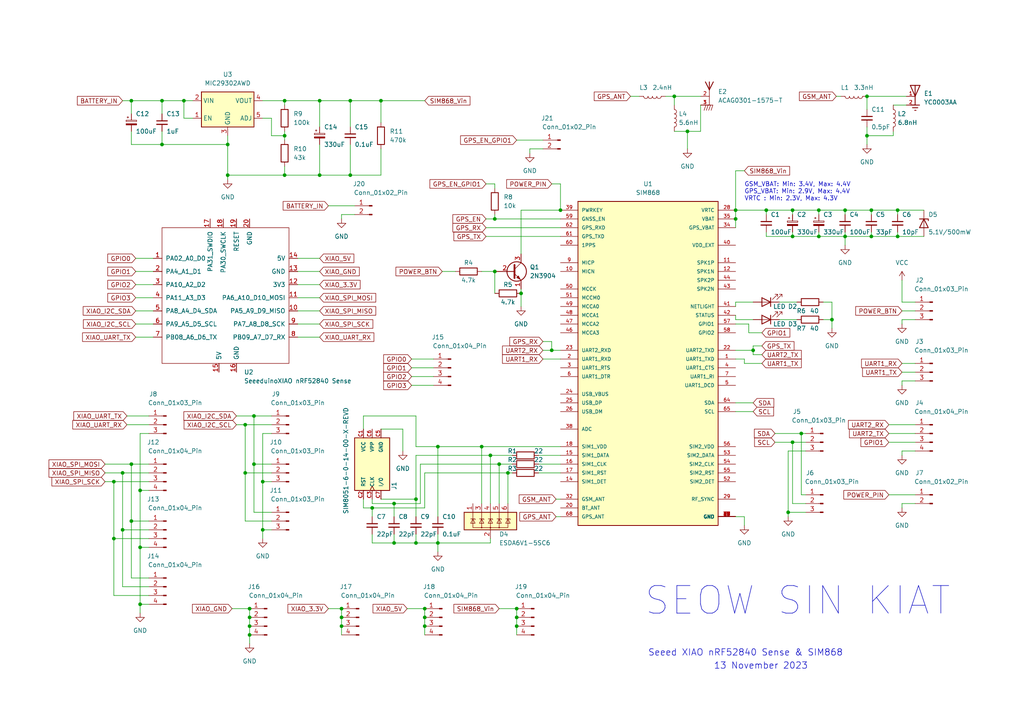
<source format=kicad_sch>
(kicad_sch (version 20230121) (generator eeschema)
  (paper "A4")
  (junction (at 73.66 120.65))
  (junction (at 40.64 175.26))
  (junction (at 260.35 60.96))
  (junction (at 160.02 101.6))
  (junction (at 143.51 63.5))
  (junction (at 72.39 181.61))
  (junction (at 92.71 29.21))
  (junction (at 151.13 85.09))
  (junction (at 143.51 78.74))
  (junction (at 72.39 179.07))
  (junction (at 142.24 132.08))
  (junction (at 99.06 179.07))
  (junction (at 99.06 181.61))
  (junction (at 38.1 29.21))
  (junction (at 35.56 153.67))
  (junction (at 46.99 29.21))
  (junction (at 149.86 179.07))
  (junction (at 123.19 179.07))
  (junction (at 99.06 176.53))
  (junction (at 213.36 60.96))
  (junction (at 38.1 151.13))
  (junction (at 35.56 137.16))
  (junction (at 252.73 68.58))
  (junction (at 251.46 39.37))
  (junction (at 127 157.48))
  (junction (at 149.86 176.53))
  (junction (at 251.46 27.94))
  (junction (at 40.64 142.24))
  (junction (at 101.6 50.8))
  (junction (at 237.49 60.96))
  (junction (at 76.2 139.7))
  (junction (at 40.64 158.75))
  (junction (at 245.11 68.58))
  (junction (at 127 129.54))
  (junction (at 53.34 29.21))
  (junction (at 229.87 68.58))
  (junction (at 46.99 41.91))
  (junction (at 123.19 176.53))
  (junction (at 123.19 181.61))
  (junction (at 72.39 176.53))
  (junction (at 218.44 101.6))
  (junction (at 229.87 60.96))
  (junction (at 110.49 29.21))
  (junction (at 162.56 60.96))
  (junction (at 73.66 134.62))
  (junction (at 213.36 63.5))
  (junction (at 114.3 157.48))
  (junction (at 66.04 50.8))
  (junction (at 237.49 68.58))
  (junction (at 38.1 134.62))
  (junction (at 260.35 68.58))
  (junction (at 82.55 29.21))
  (junction (at 228.6 148.59))
  (junction (at 147.32 137.16))
  (junction (at 199.39 38.1))
  (junction (at 139.7 129.54))
  (junction (at 245.11 60.96))
  (junction (at 120.65 144.78))
  (junction (at 82.55 50.8))
  (junction (at 144.78 134.62))
  (junction (at 72.39 184.15))
  (junction (at 114.3 146.05))
  (junction (at 71.12 137.16))
  (junction (at 107.95 147.32))
  (junction (at 76.2 153.67))
  (junction (at 222.25 60.96))
  (junction (at 149.86 181.61))
  (junction (at 71.12 123.19))
  (junction (at 195.58 27.94))
  (junction (at 66.04 41.91))
  (junction (at 241.3 92.71))
  (junction (at 82.55 39.37))
  (junction (at 232.41 125.73))
  (junction (at 33.02 156.21))
  (junction (at 101.6 29.21))
  (junction (at 33.02 139.7))
  (junction (at 229.87 128.27))
  (junction (at 120.65 157.48))
  (junction (at 92.71 50.8))
  (junction (at 252.73 60.96))
  (wire (pts (xy 139.7 129.54) (xy 162.56 129.54)))
  (wire (pts (xy 157.48 99.06) (xy 160.02 99.06)))
  (wire (pts (xy 267.97 60.96) (xy 260.35 60.96)))
  (wire (pts (xy 110.49 144.78) (xy 120.65 144.78)))
  (wire (pts (xy 245.11 60.96) (xy 245.11 62.23)))
  (wire (pts (xy 33.02 156.21) (xy 33.02 139.7)))
  (wire (pts (xy 140.97 68.58) (xy 162.56 68.58)))
  (wire (pts (xy 139.7 78.74) (xy 143.51 78.74)))
  (wire (pts (xy 123.19 137.16) (xy 123.19 147.32)))
  (wire (pts (xy 245.11 68.58) (xy 252.73 68.58)))
  (wire (pts (xy 78.74 148.59) (xy 73.66 148.59)))
  (wire (pts (xy 123.19 147.32) (xy 107.95 147.32)))
  (wire (pts (xy 161.29 144.78) (xy 162.56 144.78)))
  (wire (pts (xy 182.88 27.94) (xy 185.42 27.94)))
  (wire (pts (xy 218.44 100.33) (xy 220.98 100.33)))
  (wire (pts (xy 121.92 134.62) (xy 144.78 134.62)))
  (wire (pts (xy 120.65 132.08) (xy 120.65 144.78)))
  (wire (pts (xy 66.04 50.8) (xy 82.55 50.8)))
  (wire (pts (xy 251.46 27.94) (xy 262.89 27.94)))
  (wire (pts (xy 251.46 36.83) (xy 251.46 39.37)))
  (wire (pts (xy 215.9 149.86) (xy 215.9 152.4)))
  (wire (pts (xy 233.68 143.51) (xy 232.41 143.51)))
  (wire (pts (xy 35.56 137.16) (xy 43.18 137.16)))
  (wire (pts (xy 86.36 93.98) (xy 92.71 93.98)))
  (wire (pts (xy 144.78 134.62) (xy 148.59 134.62)))
  (wire (pts (xy 72.39 181.61) (xy 72.39 184.15)))
  (wire (pts (xy 226.06 92.71) (xy 231.14 92.71)))
  (wire (pts (xy 33.02 172.72) (xy 33.02 156.21)))
  (wire (pts (xy 241.3 92.71) (xy 241.3 95.25)))
  (wire (pts (xy 215.9 104.14) (xy 213.36 104.14)))
  (wire (pts (xy 71.12 151.13) (xy 71.12 137.16)))
  (wire (pts (xy 232.41 125.73) (xy 232.41 143.51)))
  (wire (pts (xy 222.25 60.96) (xy 213.36 60.96)))
  (wire (pts (xy 217.17 93.98) (xy 213.36 93.98)))
  (wire (pts (xy 213.36 119.38) (xy 218.44 119.38)))
  (wire (pts (xy 73.66 134.62) (xy 73.66 120.65)))
  (wire (pts (xy 38.1 29.21) (xy 46.99 29.21)))
  (wire (pts (xy 229.87 60.96) (xy 237.49 60.96)))
  (wire (pts (xy 67.31 176.53) (xy 72.39 176.53)))
  (wire (pts (xy 76.2 29.21) (xy 82.55 29.21)))
  (wire (pts (xy 203.2 30.48) (xy 203.2 38.1)))
  (wire (pts (xy 76.2 153.67) (xy 76.2 156.21)))
  (wire (pts (xy 259.08 30.48) (xy 262.89 30.48)))
  (wire (pts (xy 99.06 62.23) (xy 99.06 63.5)))
  (wire (pts (xy 237.49 60.96) (xy 245.11 60.96)))
  (wire (pts (xy 40.64 142.24) (xy 40.64 158.75)))
  (wire (pts (xy 215.9 105.41) (xy 220.98 105.41)))
  (wire (pts (xy 71.12 137.16) (xy 71.12 123.19)))
  (wire (pts (xy 35.56 170.18) (xy 35.56 153.67)))
  (wire (pts (xy 213.36 149.86) (xy 215.9 149.86)))
  (wire (pts (xy 78.74 151.13) (xy 71.12 151.13)))
  (wire (pts (xy 127 129.54) (xy 127 149.86)))
  (wire (pts (xy 237.49 68.58) (xy 237.49 67.31)))
  (wire (pts (xy 53.34 34.29) (xy 53.34 29.21)))
  (wire (pts (xy 233.68 146.05) (xy 229.87 146.05)))
  (wire (pts (xy 261.62 105.41) (xy 265.43 105.41)))
  (wire (pts (xy 242.57 27.94) (xy 243.84 27.94)))
  (wire (pts (xy 39.37 97.79) (xy 44.45 97.79)))
  (wire (pts (xy 143.51 62.23) (xy 143.51 63.5)))
  (wire (pts (xy 110.49 43.18) (xy 110.49 50.8)))
  (wire (pts (xy 40.64 125.73) (xy 40.64 142.24)))
  (wire (pts (xy 143.51 54.61) (xy 143.51 53.34)))
  (wire (pts (xy 144.78 134.62) (xy 144.78 146.05)))
  (wire (pts (xy 38.1 38.1) (xy 38.1 41.91)))
  (wire (pts (xy 195.58 27.94) (xy 203.2 27.94)))
  (wire (pts (xy 92.71 29.21) (xy 92.71 36.83)))
  (wire (pts (xy 110.49 124.46) (xy 116.84 124.46)))
  (wire (pts (xy 265.43 130.81) (xy 261.62 130.81)))
  (wire (pts (xy 241.3 87.63) (xy 238.76 87.63)))
  (wire (pts (xy 123.19 181.61) (xy 123.19 184.15)))
  (wire (pts (xy 82.55 29.21) (xy 92.71 29.21)))
  (wire (pts (xy 33.02 156.21) (xy 43.18 156.21)))
  (wire (pts (xy 147.32 137.16) (xy 148.59 137.16)))
  (wire (pts (xy 142.24 132.08) (xy 142.24 146.05)))
  (wire (pts (xy 95.25 176.53) (xy 99.06 176.53)))
  (wire (pts (xy 76.2 139.7) (xy 78.74 139.7)))
  (wire (pts (xy 116.84 124.46) (xy 116.84 130.81)))
  (wire (pts (xy 161.29 149.86) (xy 162.56 149.86)))
  (wire (pts (xy 218.44 101.6) (xy 218.44 102.87)))
  (wire (pts (xy 78.74 34.29) (xy 76.2 34.29)))
  (wire (pts (xy 123.19 179.07) (xy 123.19 181.61)))
  (wire (pts (xy 40.64 158.75) (xy 40.64 175.26)))
  (wire (pts (xy 156.21 134.62) (xy 162.56 134.62)))
  (wire (pts (xy 252.73 68.58) (xy 260.35 68.58)))
  (wire (pts (xy 222.25 60.96) (xy 229.87 60.96)))
  (wire (pts (xy 199.39 38.1) (xy 203.2 38.1)))
  (wire (pts (xy 86.36 86.36) (xy 92.71 86.36)))
  (wire (pts (xy 222.25 62.23) (xy 222.25 60.96)))
  (wire (pts (xy 99.06 179.07) (xy 99.06 181.61)))
  (wire (pts (xy 38.1 167.64) (xy 38.1 151.13)))
  (wire (pts (xy 261.62 111.76) (xy 261.62 110.49)))
  (wire (pts (xy 92.71 50.8) (xy 82.55 50.8)))
  (wire (pts (xy 265.43 146.05) (xy 261.62 146.05)))
  (wire (pts (xy 72.39 179.07) (xy 72.39 181.61)))
  (wire (pts (xy 260.35 68.58) (xy 260.35 67.31)))
  (wire (pts (xy 46.99 38.1) (xy 46.99 41.91)))
  (wire (pts (xy 143.51 78.74) (xy 143.51 85.09)))
  (wire (pts (xy 114.3 146.05) (xy 114.3 149.86)))
  (wire (pts (xy 142.24 157.48) (xy 142.24 156.21)))
  (wire (pts (xy 39.37 78.74) (xy 44.45 78.74)))
  (wire (pts (xy 43.18 167.64) (xy 38.1 167.64)))
  (wire (pts (xy 218.44 100.33) (xy 218.44 101.6)))
  (wire (pts (xy 229.87 68.58) (xy 229.87 67.31)))
  (wire (pts (xy 149.86 181.61) (xy 149.86 184.15)))
  (wire (pts (xy 119.38 106.68) (xy 125.73 106.68)))
  (wire (pts (xy 120.65 129.54) (xy 127 129.54)))
  (wire (pts (xy 43.18 172.72) (xy 33.02 172.72)))
  (wire (pts (xy 156.21 132.08) (xy 162.56 132.08)))
  (wire (pts (xy 107.95 146.05) (xy 114.3 146.05)))
  (wire (pts (xy 121.92 134.62) (xy 121.92 146.05)))
  (wire (pts (xy 259.08 39.37) (xy 251.46 39.37)))
  (wire (pts (xy 53.34 29.21) (xy 55.88 29.21)))
  (wire (pts (xy 245.11 68.58) (xy 245.11 71.12)))
  (wire (pts (xy 144.78 176.53) (xy 149.86 176.53)))
  (wire (pts (xy 110.49 29.21) (xy 110.49 35.56)))
  (wire (pts (xy 118.11 176.53) (xy 123.19 176.53)))
  (wire (pts (xy 38.1 151.13) (xy 43.18 151.13)))
  (wire (pts (xy 228.6 148.59) (xy 228.6 149.86)))
  (wire (pts (xy 120.65 154.94) (xy 120.65 157.48)))
  (wire (pts (xy 39.37 74.93) (xy 44.45 74.93)))
  (wire (pts (xy 39.37 90.17) (xy 44.45 90.17)))
  (wire (pts (xy 68.58 120.65) (xy 73.66 120.65)))
  (wire (pts (xy 232.41 125.73) (xy 233.68 125.73)))
  (wire (pts (xy 114.3 157.48) (xy 120.65 157.48)))
  (wire (pts (xy 119.38 111.76) (xy 125.73 111.76)))
  (wire (pts (xy 261.62 87.63) (xy 265.43 87.63)))
  (wire (pts (xy 102.87 62.23) (xy 99.06 62.23)))
  (wire (pts (xy 120.65 120.65) (xy 120.65 129.54)))
  (wire (pts (xy 261.62 107.95) (xy 265.43 107.95)))
  (wire (pts (xy 218.44 102.87) (xy 220.98 102.87)))
  (wire (pts (xy 30.48 137.16) (xy 35.56 137.16)))
  (wire (pts (xy 73.66 120.65) (xy 78.74 120.65)))
  (wire (pts (xy 120.65 120.65) (xy 105.41 120.65)))
  (wire (pts (xy 229.87 128.27) (xy 229.87 146.05)))
  (wire (pts (xy 213.36 49.53) (xy 215.9 49.53)))
  (wire (pts (xy 260.35 68.58) (xy 267.97 68.58)))
  (wire (pts (xy 92.71 41.91) (xy 92.71 50.8)))
  (wire (pts (xy 107.95 147.32) (xy 107.95 149.86)))
  (wire (pts (xy 101.6 29.21) (xy 110.49 29.21)))
  (wire (pts (xy 101.6 29.21) (xy 101.6 36.83)))
  (wire (pts (xy 107.95 144.78) (xy 107.95 146.05)))
  (wire (pts (xy 43.18 175.26) (xy 40.64 175.26)))
  (wire (pts (xy 252.73 60.96) (xy 252.73 62.23)))
  (wire (pts (xy 38.1 41.91) (xy 46.99 41.91)))
  (wire (pts (xy 228.6 130.81) (xy 228.6 148.59)))
  (wire (pts (xy 238.76 92.71) (xy 241.3 92.71)))
  (wire (pts (xy 86.36 78.74) (xy 92.71 78.74)))
  (wire (pts (xy 226.06 87.63) (xy 231.14 87.63)))
  (wire (pts (xy 193.04 27.94) (xy 195.58 27.94)))
  (wire (pts (xy 237.49 60.96) (xy 237.49 62.23)))
  (wire (pts (xy 140.97 63.5) (xy 143.51 63.5)))
  (wire (pts (xy 39.37 86.36) (xy 44.45 86.36)))
  (wire (pts (xy 66.04 50.8) (xy 66.04 52.07)))
  (wire (pts (xy 39.37 93.98) (xy 44.45 93.98)))
  (wire (pts (xy 36.83 120.65) (xy 43.18 120.65)))
  (wire (pts (xy 119.38 109.22) (xy 125.73 109.22)))
  (wire (pts (xy 261.62 146.05) (xy 261.62 147.32)))
  (wire (pts (xy 251.46 39.37) (xy 251.46 41.91)))
  (wire (pts (xy 157.48 43.18) (xy 153.67 43.18)))
  (wire (pts (xy 30.48 139.7) (xy 33.02 139.7)))
  (wire (pts (xy 261.62 110.49) (xy 265.43 110.49)))
  (wire (pts (xy 229.87 128.27) (xy 233.68 128.27)))
  (wire (pts (xy 107.95 154.94) (xy 107.95 157.48)))
  (wire (pts (xy 72.39 176.53) (xy 72.39 179.07)))
  (wire (pts (xy 251.46 27.94) (xy 251.46 31.75)))
  (wire (pts (xy 257.81 128.27) (xy 265.43 128.27)))
  (wire (pts (xy 195.58 27.94) (xy 195.58 30.48)))
  (wire (pts (xy 86.36 74.93) (xy 92.71 74.93)))
  (wire (pts (xy 38.1 134.62) (xy 43.18 134.62)))
  (wire (pts (xy 76.2 153.67) (xy 78.74 153.67)))
  (wire (pts (xy 82.55 29.21) (xy 82.55 30.48)))
  (wire (pts (xy 110.49 29.21) (xy 123.19 29.21)))
  (wire (pts (xy 105.41 120.65) (xy 105.41 124.46)))
  (wire (pts (xy 233.68 130.81) (xy 228.6 130.81)))
  (wire (pts (xy 76.2 125.73) (xy 76.2 139.7)))
  (wire (pts (xy 213.36 87.63) (xy 213.36 88.9)))
  (wire (pts (xy 107.95 147.32) (xy 105.41 147.32)))
  (wire (pts (xy 110.49 50.8) (xy 101.6 50.8)))
  (wire (pts (xy 73.66 148.59) (xy 73.66 134.62)))
  (wire (pts (xy 151.13 85.09) (xy 151.13 88.9)))
  (wire (pts (xy 39.37 82.55) (xy 44.45 82.55)))
  (wire (pts (xy 78.74 34.29) (xy 78.74 39.37)))
  (wire (pts (xy 82.55 39.37) (xy 82.55 38.1)))
  (wire (pts (xy 139.7 129.54) (xy 139.7 146.05)))
  (wire (pts (xy 71.12 137.16) (xy 78.74 137.16)))
  (wire (pts (xy 68.58 123.19) (xy 71.12 123.19)))
  (wire (pts (xy 36.83 123.19) (xy 43.18 123.19)))
  (wire (pts (xy 120.65 132.08) (xy 142.24 132.08)))
  (wire (pts (xy 245.11 60.96) (xy 252.73 60.96)))
  (wire (pts (xy 40.64 142.24) (xy 43.18 142.24)))
  (wire (pts (xy 127 129.54) (xy 139.7 129.54)))
  (wire (pts (xy 257.81 123.19) (xy 265.43 123.19)))
  (wire (pts (xy 162.56 60.96) (xy 151.13 60.96)))
  (wire (pts (xy 121.92 146.05) (xy 114.3 146.05)))
  (wire (pts (xy 55.88 34.29) (xy 53.34 34.29)))
  (wire (pts (xy 217.17 96.52) (xy 220.98 96.52)))
  (wire (pts (xy 127 154.94) (xy 127 157.48)))
  (wire (pts (xy 40.64 175.26) (xy 40.64 177.8)))
  (wire (pts (xy 215.9 105.41) (xy 215.9 104.14)))
  (wire (pts (xy 157.48 101.6) (xy 160.02 101.6)))
  (wire (pts (xy 229.87 60.96) (xy 229.87 62.23)))
  (wire (pts (xy 195.58 38.1) (xy 199.39 38.1)))
  (wire (pts (xy 213.36 116.84) (xy 218.44 116.84)))
  (wire (pts (xy 261.62 81.28) (xy 261.62 87.63)))
  (wire (pts (xy 105.41 147.32) (xy 105.41 144.78)))
  (wire (pts (xy 33.02 139.7) (xy 43.18 139.7)))
  (wire (pts (xy 95.25 59.69) (xy 102.87 59.69)))
  (wire (pts (xy 233.68 148.59) (xy 228.6 148.59)))
  (wire (pts (xy 46.99 29.21) (xy 53.34 29.21)))
  (wire (pts (xy 76.2 139.7) (xy 76.2 153.67)))
  (wire (pts (xy 127 157.48) (xy 142.24 157.48)))
  (wire (pts (xy 213.36 87.63) (xy 218.44 87.63)))
  (wire (pts (xy 149.86 179.07) (xy 149.86 181.61)))
  (wire (pts (xy 160.02 53.34) (xy 162.56 53.34)))
  (wire (pts (xy 119.38 104.14) (xy 125.73 104.14)))
  (wire (pts (xy 143.51 63.5) (xy 162.56 63.5)))
  (wire (pts (xy 252.73 68.58) (xy 252.73 67.31)))
  (wire (pts (xy 147.32 137.16) (xy 147.32 146.05)))
  (wire (pts (xy 120.65 157.48) (xy 127 157.48)))
  (wire (pts (xy 261.62 92.71) (xy 265.43 92.71)))
  (wire (pts (xy 140.97 66.04) (xy 162.56 66.04)))
  (wire (pts (xy 99.06 181.61) (xy 99.06 184.15)))
  (wire (pts (xy 142.24 132.08) (xy 148.59 132.08)))
  (wire (pts (xy 46.99 29.21) (xy 46.99 33.02)))
  (wire (pts (xy 43.18 158.75) (xy 40.64 158.75)))
  (wire (pts (xy 213.36 101.6) (xy 218.44 101.6)))
  (wire (pts (xy 261.62 130.81) (xy 261.62 132.08)))
  (wire (pts (xy 71.12 123.19) (xy 78.74 123.19)))
  (wire (pts (xy 252.73 60.96) (xy 260.35 60.96)))
  (wire (pts (xy 123.19 137.16) (xy 147.32 137.16)))
  (wire (pts (xy 199.39 38.1) (xy 199.39 43.18)))
  (wire (pts (xy 86.36 90.17) (xy 92.71 90.17)))
  (wire (pts (xy 257.81 125.73) (xy 265.43 125.73)))
  (wire (pts (xy 107.95 157.48) (xy 114.3 157.48)))
  (wire (pts (xy 35.56 153.67) (xy 35.56 137.16)))
  (wire (pts (xy 114.3 157.48) (xy 114.3 154.94)))
  (wire (pts (xy 86.36 82.55) (xy 92.71 82.55)))
  (wire (pts (xy 38.1 151.13) (xy 38.1 134.62)))
  (wire (pts (xy 213.36 49.53) (xy 213.36 60.96)))
  (wire (pts (xy 260.35 60.96) (xy 260.35 62.23)))
  (wire (pts (xy 162.56 53.34) (xy 162.56 60.96)))
  (wire (pts (xy 128.27 78.74) (xy 132.08 78.74)))
  (wire (pts (xy 120.65 144.78) (xy 120.65 149.86)))
  (wire (pts (xy 151.13 60.96) (xy 151.13 73.66)))
  (wire (pts (xy 222.25 68.58) (xy 222.25 67.31)))
  (wire (pts (xy 217.17 96.52) (xy 217.17 93.98)))
  (wire (pts (xy 82.55 39.37) (xy 82.55 40.64)))
  (wire (pts (xy 156.21 137.16) (xy 162.56 137.16)))
  (wire (pts (xy 43.18 125.73) (xy 40.64 125.73)))
  (wire (pts (xy 35.56 29.21) (xy 38.1 29.21)))
  (wire (pts (xy 78.74 125.73) (xy 76.2 125.73)))
  (wire (pts (xy 213.36 60.96) (xy 213.36 63.5)))
  (wire (pts (xy 46.99 41.91) (xy 66.04 41.91)))
  (wire (pts (xy 151.13 83.82) (xy 151.13 85.09)))
  (wire (pts (xy 241.3 87.63) (xy 241.3 92.71)))
  (wire (pts (xy 82.55 50.8) (xy 82.55 48.26)))
  (wire (pts (xy 143.51 53.34) (xy 140.97 53.34)))
  (wire (pts (xy 213.36 63.5) (xy 213.36 66.04)))
  (wire (pts (xy 222.25 68.58) (xy 229.87 68.58)))
  (wire (pts (xy 229.87 68.58) (xy 237.49 68.58)))
  (wire (pts (xy 43.18 170.18) (xy 35.56 170.18)))
  (wire (pts (xy 261.62 90.17) (xy 265.43 90.17)))
  (wire (pts (xy 72.39 184.15) (xy 72.39 186.69)))
  (wire (pts (xy 224.79 128.27) (xy 229.87 128.27)))
  (wire (pts (xy 257.81 143.51) (xy 265.43 143.51)))
  (wire (pts (xy 149.86 176.53) (xy 149.86 179.07)))
  (wire (pts (xy 30.48 134.62) (xy 38.1 134.62)))
  (wire (pts (xy 245.11 68.58) (xy 245.11 67.31)))
  (wire (pts (xy 78.74 39.37) (xy 82.55 39.37)))
  (wire (pts (xy 261.62 92.71) (xy 261.62 93.98)))
  (wire (pts (xy 259.08 39.37) (xy 259.08 38.1)))
  (wire (pts (xy 213.36 92.71) (xy 218.44 92.71)))
  (wire (pts (xy 99.06 176.53) (xy 99.06 179.07)))
  (wire (pts (xy 160.02 99.06) (xy 160.02 101.6)))
  (wire (pts (xy 123.19 176.53) (xy 123.19 179.07)))
  (wire (pts (xy 35.56 153.67) (xy 43.18 153.67)))
  (wire (pts (xy 38.1 29.21) (xy 38.1 33.02)))
  (wire (pts (xy 86.36 97.79) (xy 92.71 97.79)))
  (wire (pts (xy 149.86 40.64) (xy 157.48 40.64)))
  (wire (pts (xy 157.48 104.14) (xy 162.56 104.14)))
  (wire (pts (xy 237.49 68.58) (xy 245.11 68.58)))
  (wire (pts (xy 160.02 101.6) (xy 162.56 101.6)))
  (wire (pts (xy 153.67 43.18) (xy 153.67 44.45)))
  (wire (pts (xy 73.66 134.62) (xy 78.74 134.62)))
  (wire (pts (xy 66.04 41.91) (xy 66.04 50.8)))
  (wire (pts (xy 213.36 92.71) (xy 213.36 91.44)))
  (wire (pts (xy 224.79 125.73) (xy 232.41 125.73)))
  (wire (pts (xy 127 157.48) (xy 127 160.02)))
  (wire (pts (xy 101.6 41.91) (xy 101.6 50.8)))
  (wire (pts (xy 66.04 39.37) (xy 66.04 41.91)))
  (wire (pts (xy 92.71 29.21) (xy 101.6 29.21)))
  (wire (pts (xy 101.6 50.8) (xy 92.71 50.8)))
  (text "13 November 2023" (at 207.01 194.31 0) (effects (font (size 1.87 1.87)) (justify left bottom)))
  (text "GSM_VBAT: Min: 3.4V, Max: 4.4V\nGPS_VBAT: Min: 2.9V, Max: 4.4V\nVRTC : Min: 2.3V, Max: 4.3V" (at 215.9 58.42 0) (effects (font (size 1.27 1.27)) (justify left bottom)))
  (text "SEOW SIN KIAT\n" (at 186.69 179.07 0) (effects (font (size 8 8)) (justify left bottom)))
  (text "Seeed XIAO nRF52840 Sense & SIM868" (at 187.96 190.5 0) (effects (font (size 1.87 1.87)) (justify left bottom)))
  (global_label "XIAO_3.3V" (shape input) (at 92.71 82.55 0) (property "Intersheetrefs" "${INTERSHEET_REFS}" (effects hide)))
  (global_label "POWER_BTN" (shape input) (at 261.62 90.17 180) (property "Intersheetrefs" "${INTERSHEET_REFS}" (effects hide)))
  (global_label "GPS_TX" (shape input) (at 220.98 100.33 0) (property "Intersheetrefs" "${INTERSHEET_REFS}" (effects hide)))
  (global_label "SDA" (shape input) (at 224.79 125.73 180) (property "Intersheetrefs" "${INTERSHEET_REFS}" (effects hide)))
  (global_label "UART2_TX" (shape input) (at 220.98 102.87 0) (property "Intersheetrefs" "${INTERSHEET_REFS}" (effects hide)))
  (global_label "XIAO_5V" (shape input) (at 118.11 176.53 180) (property "Intersheetrefs" "${INTERSHEET_REFS}" (effects hide)))
  (global_label "XIAO_SPI_MOSI" (shape input) (at 92.71 86.36 0) (property "Intersheetrefs" "${INTERSHEET_REFS}" (effects hide)))
  (global_label "XIAO_GND" (shape input) (at 92.71 78.74 0) (property "Intersheetrefs" "${INTERSHEET_REFS}" (effects hide)))
  (global_label "XIAO_SPI_MOSI" (shape input) (at 30.48 134.62 180) (property "Intersheetrefs" "${INTERSHEET_REFS}" (effects hide)))
  (global_label "UART2_TX" (shape input) (at 257.81 125.73 180) (property "Intersheetrefs" "${INTERSHEET_REFS}" (effects hide)))
  (global_label "XIAO_5V" (shape input) (at 92.71 74.93 0) (property "Intersheetrefs" "${INTERSHEET_REFS}" (effects hide)))
  (global_label "XIAO_UART_TX" (shape input) (at 36.83 120.65 180) (property "Intersheetrefs" "${INTERSHEET_REFS}" (effects hide)))
  (global_label "GSM_ANT" (shape input) (at 161.29 144.78 180) (property "Intersheetrefs" "${INTERSHEET_REFS}" (effects hide)))
  (global_label "XIAO_SPI_MISO" (shape input) (at 30.48 137.16 180) (property "Intersheetrefs" "${INTERSHEET_REFS}" (effects hide)))
  (global_label "XIAO_GND" (shape input) (at 67.31 176.53 180) (property "Intersheetrefs" "${INTERSHEET_REFS}" (effects hide)))
  (global_label "SIM868_Vin" (shape input) (at 123.19 29.21 0) (property "Intersheetrefs" "${INTERSHEET_REFS}" (effects hide)))
  (global_label "XIAO_I2C_SCL" (shape input) (at 68.58 123.19 180) (property "Intersheetrefs" "${INTERSHEET_REFS}" (effects hide)))
  (global_label "GPS_RX" (shape input) (at 157.48 99.06 180) (property "Intersheetrefs" "${INTERSHEET_REFS}" (effects hide)))
  (global_label "XIAO_SPI_SCK" (shape input) (at 92.71 93.98 0) (property "Intersheetrefs" "${INTERSHEET_REFS}" (effects hide)))
  (global_label "POWER_PIN" (shape input) (at 160.02 53.34 180) (property "Intersheetrefs" "${INTERSHEET_REFS}" (effects hide)))
  (global_label "UART1_TX" (shape input) (at 220.98 105.41 0) (property "Intersheetrefs" "${INTERSHEET_REFS}" (effects hide)))
  (global_label "GPS_ANT" (shape input) (at 182.88 27.94 180) (property "Intersheetrefs" "${INTERSHEET_REFS}" (effects hide)))
  (global_label "XIAO_3.3V" (shape input) (at 95.25 176.53 180) (property "Intersheetrefs" "${INTERSHEET_REFS}" (effects hide)))
  (global_label "GPS_ANT" (shape input) (at 161.29 149.86 180) (property "Intersheetrefs" "${INTERSHEET_REFS}" (effects hide)))
  (global_label "UART1_RX" (shape input) (at 261.62 105.41 180) (property "Intersheetrefs" "${INTERSHEET_REFS}" (effects hide)))
  (global_label "XIAO_I2C_SCL" (shape input) (at 39.37 93.98 180) (property "Intersheetrefs" "${INTERSHEET_REFS}" (effects hide)))
  (global_label "GPS_EN" (shape input) (at 140.97 63.5 180) (property "Intersheetrefs" "${INTERSHEET_REFS}" (effects hide)))
  (global_label "XIAO_UART_TX" (shape input) (at 39.37 97.79 180) (property "Intersheetrefs" "${INTERSHEET_REFS}" (effects hide)))
  (global_label "UART2_RX" (shape input) (at 157.48 101.6 180) (property "Intersheetrefs" "${INTERSHEET_REFS}" (effects hide)))
  (global_label "SIM868_Vin" (shape input) (at 144.78 176.53 180) (property "Intersheetrefs" "${INTERSHEET_REFS}" (effects hide)))
  (global_label "SCL" (shape input) (at 224.79 128.27 180) (property "Intersheetrefs" "${INTERSHEET_REFS}" (effects hide)))
  (global_label "GPIO2" (shape input) (at 39.37 82.55 180) (property "Intersheetrefs" "${INTERSHEET_REFS}" (effects hide)))
  (global_label "XIAO_I2C_SDA" (shape input) (at 39.37 90.17 180) (property "Intersheetrefs" "${INTERSHEET_REFS}" (effects hide)))
  (global_label "GPIO2" (shape input) (at 119.38 109.22 180) (property "Intersheetrefs" "${INTERSHEET_REFS}" (effects hide)))
  (global_label "SCL" (shape input) (at 218.44 119.38 0) (property "Intersheetrefs" "${INTERSHEET_REFS}" (effects hide)))
  (global_label "GPIO0" (shape input) (at 119.38 104.14 180) (property "Intersheetrefs" "${INTERSHEET_REFS}" (effects hide)))
  (global_label "XIAO_UART_RX" (shape input) (at 36.83 123.19 180) (property "Intersheetrefs" "${INTERSHEET_REFS}" (effects hide)))
  (global_label "GPIO1" (shape input) (at 257.81 128.27 180) (property "Intersheetrefs" "${INTERSHEET_REFS}" (effects hide)))
  (global_label "XIAO_UART_RX" (shape input) (at 92.71 97.79 0) (property "Intersheetrefs" "${INTERSHEET_REFS}" (effects hide)))
  (global_label "SIM868_Vin" (shape input) (at 215.9 49.53 0) (property "Intersheetrefs" "${INTERSHEET_REFS}" (effects hide)))
  (global_label "XIAO_I2C_SDA" (shape input) (at 68.58 120.65 180) (property "Intersheetrefs" "${INTERSHEET_REFS}" (effects hide)))
  (global_label "SDA" (shape input) (at 218.44 116.84 0) (property "Intersheetrefs" "${INTERSHEET_REFS}" (effects hide)))
  (global_label "XIAO_SPI_MISO" (shape input) (at 92.71 90.17 0) (property "Intersheetrefs" "${INTERSHEET_REFS}" (effects hide)))
  (global_label "GPIO3" (shape input) (at 39.37 86.36 180) (property "Intersheetrefs" "${INTERSHEET_REFS}" (effects hide)))
  (global_label "GSM_ANT" (shape input) (at 242.57 27.94 180) (property "Intersheetrefs" "${INTERSHEET_REFS}" (effects hide)))
  (global_label "UART1_TX" (shape input) (at 261.62 107.95 180) (property "Intersheetrefs" "${INTERSHEET_REFS}" (effects hide)))
  (global_label "GPS_RX" (shape input) (at 140.97 66.04 180) (property "Intersheetrefs" "${INTERSHEET_REFS}" (effects hide)))
  (global_label "GPS_EN_GPIO1" (shape input) (at 149.86 40.64 180) (property "Intersheetrefs" "${INTERSHEET_REFS}" (effects hide)))
  (global_label "GPIO3" (shape input) (at 119.38 111.76 180) (property "Intersheetrefs" "${INTERSHEET_REFS}" (effects hide)))
  (global_label "UART2_RX" (shape input) (at 257.81 123.19 180) (property "Intersheetrefs" "${INTERSHEET_REFS}" (effects hide)))
  (global_label "XIAO_SPI_SCK" (shape input) (at 30.48 139.7 180) (property "Intersheetrefs" "${INTERSHEET_REFS}" (effects hide)))
  (global_label "GPS_EN_GPIO1" (shape input) (at 140.97 53.34 180) (property "Intersheetrefs" "${INTERSHEET_REFS}" (effects hide)))
  (global_label "GPIO1" (shape input) (at 220.98 96.52 0) (property "Intersheetrefs" "${INTERSHEET_REFS}" (effects hide)))
  (global_label "GPIO0" (shape input) (at 39.37 74.93 180) (property "Intersheetrefs" "${INTERSHEET_REFS}" (effects hide)))
  (global_label "BATTERY_IN" (shape input) (at 95.25 59.69 180) (property "Intersheetrefs" "${INTERSHEET_REFS}" (effects hide)))
  (global_label "BATTERY_IN" (shape input) (at 35.56 29.21 180) (property "Intersheetrefs" "${INTERSHEET_REFS}" (effects hide)))
  (global_label "GPIO1" (shape input) (at 39.37 78.74 180) (property "Intersheetrefs" "${INTERSHEET_REFS}" (effects hide)))
  (global_label "GPS_TX" (shape input) (at 140.97 68.58 180) (property "Intersheetrefs" "${INTERSHEET_REFS}" (effects hide)))
  (global_label "GPIO1" (shape input) (at 119.38 106.68 180) (property "Intersheetrefs" "${INTERSHEET_REFS}" (effects hide)))
  (global_label "POWER_BTN" (shape input) (at 128.27 78.74 180) (property "Intersheetrefs" "${INTERSHEET_REFS}" (effects hide)))
  (global_label "UART1_RX" (shape input) (at 157.48 104.14 180) (property "Intersheetrefs" "${INTERSHEET_REFS}" (effects hide)))
  (global_label "POWER_PIN" (shape input) (at 257.81 143.51 180) (property "Intersheetrefs" "${INTERSHEET_REFS}" (effects hide)))
  (symbol (lib_id "power:GND") (at 245.11 71.12 0) (unit 1)
    (property "Reference" "#PWR02" (effects hide))
    (property "Value" "GND" (at 245.11 76.2 0))
  )
  (symbol (lib_id "power:GND") (at 72.39 186.69 0) (unit 1)
    (property "Reference" "#PWR018" (effects hide))
    (property "Value" "GND" (at 72.39 191.77 0))
  )
  (symbol (lib_id "power:GND") (at 66.04 52.07 0) (unit 1)
    (property "Reference" "#PWR01" (effects hide))
    (property "Value" "GND" (at 66.04 57.15 0))
  )
  (symbol (lib_id "Connector:Conn_01x04_Pin") (at 48.26 153.67 0) (mirror y) (unit 1)
    (property "Reference" "J13" (at 44.45 144.78 0))
    (property "Value" "Conn_01x04_Pin" (at 50.8 147.32 0))
    (property "Footprint" "Connector_Molex:Molex_SPOX_5267-04A_1x04_P2.50mm_Vertical" (effects hide))
  )
  (symbol (lib_id "Device:R") (at 82.55 44.45 0) (unit 1)
    (property "Reference" "R10" (at 85.09 43.18 0) (effects (justify left)))
    (property "Value" "43k" (at 85.09 45.72 0) (effects (justify left)))
    (property "Footprint" "Resistor_SMD:R_1210_3225Metric" (effects hide))
  )
  (symbol (lib_id "Seeeduino XIAO:SeeeduinoXIAO") (at 66.04 86.36 0) (unit 1)
    (property "Reference" "U2" (at 70.7741 107.95 0) (effects (justify left)))
    (property "Value" "SeeeduinoXIAO nRF52840 Sense" (at 70.7741 110.49 0) (effects (justify left)))
    (property "Footprint" "Seeed Studio XIAO Series Library:XIAO-nRF52840-Sense-14P-2.54-21X17.8MM" (effects hide))
  )
  (symbol (lib_id "power:GND") (at 241.3 95.25 0) (unit 1)
    (property "Reference" "#PWR05" (effects hide))
    (property "Value" "GND" (at 241.3 100.33 0))
  )
  (symbol (lib_id "power:VCC") (at 261.62 81.28 0) (unit 1)
    (property "Reference" "#PWR07" (effects hide))
    (property "Value" "VCC" (at 261.62 76.2 0))
  )
  (symbol (lib_id "Device:R") (at 147.32 85.09 90) (unit 1)
    (property "Reference" "R5" (at 147.32 82.55 90))
    (property "Value" "4.7k" (at 147.32 87.63 90))
    (property "Footprint" "Resistor_SMD:R_0805_2012Metric" (effects hide))
  )
  (symbol (lib_id "Connector:Conn_01x04_Pin") (at 154.94 179.07 0) (mirror y) (unit 1)
    (property "Reference" "J19" (at 151.13 170.18 0))
    (property "Value" "Conn_01x04_Pin" (at 157.48 172.72 0))
    (property "Footprint" "Connector_Molex:Molex_SPOX_5267-04A_1x04_P2.50mm_Vertical" (effects hide))
  )
  (symbol (lib_id "Device:C_Small") (at 245.11 64.77 0) (unit 1)
    (property "Reference" "C4" (at 246.38 62.23 0) (effects (justify left)))
    (property "Value" "100uF" (at 246.38 67.31 0) (effects (justify left)))
    (property "Footprint" "Capacitor_SMD:C_0805_2012Metric" (effects hide))
  )
  (symbol (lib_id "Device:C_Small") (at 114.3 152.4 0) (unit 1)
    (property "Reference" "C8" (at 115.57 149.86 0) (effects (justify left)))
    (property "Value" "22pF" (at 115.57 154.94 0) (effects (justify left)))
    (property "Footprint" "Capacitor_SMD:C_0402_1005Metric" (effects hide))
  )
  (symbol (lib_id "Device:R") (at 135.89 78.74 90) (unit 1)
    (property "Reference" "R4" (at 135.89 76.2 90))
    (property "Value" "4.7k" (at 135.89 81.28 90))
    (property "Footprint" "Resistor_SMD:R_0805_2012Metric" (effects hide))
  )
  (symbol (lib_id "Connector:Conn_01x03_Pin") (at 83.82 151.13 0) (mirror y) (unit 1)
    (property "Reference" "J11" (at 80.01 142.24 0))
    (property "Value" "Conn_01x03_Pin" (at 86.36 144.78 0))
    (property "Footprint" "Connector_Molex:Molex_SPOX_5267-03A_1x03_P2.50mm_Vertical" (effects hide))
  )
  (symbol (lib_id "power:GND") (at 251.46 41.91 0) (unit 1)
    (property "Reference" "#PWR013" (effects hide))
    (property "Value" "GND" (at 251.46 46.99 0))
  )
  (symbol (lib_id "power:GND") (at 151.13 88.9 0) (unit 1)
    (property "Reference" "#PWR04" (effects hide))
    (property "Value" "GND" (at 151.13 93.98 0))
  )
  (symbol (lib_id "Connector:Conn_01x02_Pin") (at 162.56 40.64 0) (mirror y) (unit 1)
    (property "Reference" "J21" (at 158.75 34.29 0))
    (property "Value" "Conn_01x02_Pin" (at 165.1 36.83 0))
    (property "Footprint" "Connector_Molex:Molex_SPOX_5267-02A_1x02_P2.50mm_Vertical" (effects hide))
  )
  (symbol (lib_id "Device:R") (at 82.55 34.29 0) (unit 1)
    (property "Reference" "R9" (at 85.09 33.02 0) (effects (justify left)))
    (property "Value" "100k" (at 85.09 35.56 0) (effects (justify left)))
    (property "Footprint" "Resistor_SMD:R_0603_1608Metric" (effects hide))
  )
  (symbol (lib_id "Connector:Conn_01x04_Pin") (at 48.26 170.18 0) (mirror y) (unit 1)
    (property "Reference" "J14" (at 44.45 161.29 0))
    (property "Value" "Conn_01x04_Pin" (at 50.8 163.83 0))
    (property "Footprint" "Connector_Molex:Molex_SPOX_5267-04A_1x04_P2.50mm_Vertical" (effects hide))
  )
  (symbol (lib_id "power:GND") (at 261.62 132.08 0) (unit 1)
    (property "Reference" "#PWR09" (effects hide))
    (property "Value" "GND" (at 261.62 137.16 0))
  )
  (symbol (lib_id "Device:C_Polarized_Small") (at 229.87 64.77 0) (unit 1)
    (property "Reference" "C2" (at 231.14 62.23 0) (effects (justify left)))
    (property "Value" "330uF" (at 231.14 67.31 0) (effects (justify left)))
    (property "Footprint" "Capacitor_SMD:CP_Elec_8x10.5" (effects hide))
  )
  (symbol (lib_id "Device:R") (at 143.51 58.42 0) (unit 1)
    (property "Reference" "R8" (at 146.05 57.15 0) (effects (justify left)))
    (property "Value" "10k" (at 146.05 59.69 0) (effects (justify left)))
    (property "Footprint" "Resistor_SMD:R_2010_5025Metric" (effects hide))
  )
  (symbol (lib_id "Device:R") (at 234.95 92.71 90) (unit 1)
    (property "Reference" "R7" (at 232.41 95.25 90))
    (property "Value" "40" (at 236.22 95.25 90))
    (property "Footprint" "Resistor_SMD:R_1206_3216Metric" (effects hide))
  )
  (symbol (lib_id "Connector:Conn_01x03_Pin") (at 238.76 146.05 0) (mirror y) (unit 1)
    (property "Reference" "J6" (at 234.95 137.16 0))
    (property "Value" "Conn_01x03_Pin" (at 241.3 139.7 0))
    (property "Footprint" "Connector_Molex:Molex_SPOX_5267-03A_1x03_P2.50mm_Vertical" (effects hide))
  )
  (symbol (lib_id "Connector:Conn_01x04_Pin") (at 48.26 137.16 0) (mirror y) (unit 1)
    (property "Reference" "J12" (at 44.45 128.27 0))
    (property "Value" "Conn_01x04_Pin" (at 50.8 130.81 0))
    (property "Footprint" "Connector_Molex:Molex_SPOX_5267-04A_1x04_P2.50mm_Vertical" (effects hide))
  )
  (symbol (lib_id "Device:C_Polarized_Small") (at 237.49 64.77 0) (unit 1)
    (property "Reference" "C3" (at 238.76 62.23 0) (effects (justify left)))
    (property "Value" "330uF" (at 238.76 67.31 0) (effects (justify left)))
    (property "Footprint" "Capacitor_SMD:CP_Elec_8x10.5" (effects hide))
  )
  (symbol (lib_id "Device:C_Small") (at 46.99 35.56 0) (unit 1)
    (property "Reference" "C13" (at 48.26 33.02 0) (effects (justify left)))
    (property "Value" "1uF" (at 48.26 38.1 0) (effects (justify left)))
    (property "Footprint" "Capacitor_SMD:C_0201_0603Metric" (effects hide))
  )
  (symbol (lib_id "Connector:Conn_01x04_Pin") (at 77.47 179.07 0) (mirror y) (unit 1)
    (property "Reference" "J16" (at 73.66 170.18 0))
    (property "Value" "Conn_01x04_Pin" (at 80.01 172.72 0))
    (property "Footprint" "Connector_Molex:Molex_SPOX_5267-04A_1x04_P2.50mm_Vertical" (effects hide))
  )
  (symbol (lib_id "power:GND") (at 153.67 44.45 0) (unit 1)
    (property "Reference" "#PWR020" (effects hide))
    (property "Value" "GND" (at 153.67 49.53 0))
  )
  (symbol (lib_id "Device:R") (at 234.95 87.63 90) (unit 1)
    (property "Reference" "R6" (at 232.41 90.17 90))
    (property "Value" "40" (at 236.22 90.17 90))
    (property "Footprint" "Resistor_SMD:R_1206_3216Metric" (effects hide))
  )
  (symbol (lib_id "power:GND") (at 40.64 177.8 0) (unit 1)
    (property "Reference" "#PWR017" (effects hide))
    (property "Value" "GND" (at 40.64 182.88 0))
  )
  (symbol (lib_id "Device:C_Small") (at 260.35 64.77 0) (unit 1)
    (property "Reference" "C6" (at 261.62 62.23 0) (effects (justify left)))
    (property "Value" "10pF" (at 261.62 67.31 0) (effects (justify left)))
    (property "Footprint" "Capacitor_SMD:C_0402_1005Metric" (effects hide))
  )
  (symbol (lib_id "power:GND") (at 116.84 130.81 0) (unit 1)
    (property "Reference" "#PWR03" (effects hide))
    (property "Value" "GND" (at 116.84 135.89 0))
  )
  (symbol (lib_id "Regulator_Linear:MIC29302AWD") (at 66.04 31.75 0) (unit 1)
    (property "Reference" "U3" (at 66.04 21.59 0))
    (property "Value" "MIC29302AWD" (at 66.04 24.13 0))
    (property "Footprint" "Package_TO_SOT_SMD:TO-252-5_TabPin3" (effects hide))
    (property "Datasheet" "https://ww1.microchip.com/downloads/aemDocuments/documents/OTH/ProductDocuments/DataSheets/20005897B.pdf" (effects hide))
  )
  (symbol (lib_id "YC0003AA:YC0003AA") (at 265.43 27.94 0) (unit 1)
    (property "Reference" "E1" (at 267.97 27.1145 0) (effects (justify left)))
    (property "Value" "YC0003AA" (at 267.97 29.6545 0) (effects (justify left)))
    (property "Footprint" "YC0003AA:XCVR_YC0003AA" (effects hide))
    (property "MF" "Quectel Wireless Solutions Co., Ltd" (effects hide))
    (property "MAXIMUM_PACKAGE_HEIGHT" "3.3mm" (effects hide))
    (property "Package" "None" (effects hide))
    (property "Price" "None" (effects hide))
    (property "Check_prices" "https://www.snapeda.com/parts/YC0003AA/Quectel/view-part/?ref=eda" (effects hide))
    (property "STANDARD" "Manufacturer Recommendations" (effects hide))
    (property "PARTREV" "3.0" (effects hide))
    (property "SnapEDA_Link" "https://www.snapeda.com/parts/YC0003AA/Quectel/view-part/?ref=snap" (effects hide))
    (property "MP" "YC0003AA" (effects hide))
    (property "Purchase-URL" "https://www.snapeda.com/api/url_track_click_mouser/?unipart_id=5161832&manufacturer=Quectel Wireless Solutions Co., Ltd&part_name=YC0003AA&search_term=None" (effects hide))
    (property "Description" "\nFrequency band: 698960MHz, 16952200MHz, 23002700MHz; Peak efficiency: 79%; Dimensions: 40mm 7mm 3mm; SMD supplied tape and reel; RoHS and REACH compliant.\n" (effects hide))
    (property "Availability" "In Stock" (effects hide))
    (property "MANUFACTURER" "Quectel" (effects hide))
  )
  (symbol (lib_id "power:GND") (at 127 160.02 0) (unit 1)
    (property "Reference" "#PWR012" (effects hide))
    (property "Value" "GND" (at 127 165.1 0))
  )
  (symbol (lib_id "Connector:Conn_01x02_Pin") (at 270.51 143.51 0) (mirror y) (unit 1)
    (property "Reference" "J7" (at 266.7 137.16 0))
    (property "Value" "Conn_01x02_Pin" (at 273.05 139.7 0))
    (property "Footprint" "Connector_Molex:Molex_SPOX_5267-02A_1x02_P2.50mm_Vertical" (effects hide))
  )
  (symbol (lib_id "Connector:Conn_01x04_Pin") (at 270.51 125.73 0) (mirror y) (unit 1)
    (property "Reference" "J4" (at 266.7 116.84 0))
    (property "Value" "Conn_01x04_Pin" (at 273.05 119.38 0))
    (property "Footprint" "Connector_Molex:Molex_SPOX_5267-04A_1x04_P2.50mm_Vertical" (effects hide))
  )
  (symbol (lib_id "Connector:Conn_01x03_Pin") (at 270.51 90.17 0) (mirror y) (unit 1)
    (property "Reference" "J2" (at 266.7 81.28 0))
    (property "Value" "Conn_01x03_Pin" (at 273.05 83.82 0))
    (property "Footprint" "Connector_Molex:Molex_SPOX_5267-03A_1x03_P2.50mm_Vertical" (effects hide))
  )
  (symbol (lib_id "SIM868:SIM868") (at 187.96 104.14 0) (unit 1)
    (property "Reference" "U1" (at 187.96 53.34 0))
    (property "Value" "SIM868" (at 187.96 55.88 0))
    (property "Footprint" "SIM868:XCVR_SIM868" (effects hide))
    (property "MF" "MikroElektronika" (effects hide))
    (property "Description" "\nSIM868 GNSS, GSM RF mikroBUS™ Click™ Platform Evaluation Expansion Board\n" (effects hide))
    (property "Package" "None" (effects hide))
    (property "Price" "None" (effects hide))
    (property "Check_prices" "https://www.snapeda.com/parts/SIM868/MikroElektronika/view-part/?ref=eda" (effects hide))
    (property "SnapEDA_Link" "https://www.snapeda.com/parts/SIM868/MikroElektronika/view-part/?ref=snap" (effects hide))
    (property "MP" "SIM868" (effects hide))
    (property "Availability" "Not in stock" (effects hide))
    (property "MANUFACTURER" "SimCom" (effects hide))
  )
  (symbol (lib_id "power:GND") (at 215.9 152.4 0) (unit 1)
    (property "Reference" "#PWR010" (effects hide))
    (property "Value" "GND" (at 215.9 157.48 0))
  )
  (symbol (lib_id "Device:R") (at 110.49 39.37 0) (unit 1)
    (property "Reference" "R11" (at 113.03 38.1 0) (effects (justify left)))
    (property "Value" "470k" (at 113.03 40.64 0) (effects (justify left)))
    (property "Footprint" "Resistor_SMD:R_1210_3225Metric" (effects hide))
  )
  (symbol (lib_id "Device:C_Small") (at 252.73 64.77 0) (unit 1)
    (property "Reference" "C5" (at 254 62.23 0) (effects (justify left)))
    (property "Value" "33pF" (at 254 67.31 0) (effects (justify left)))
    (property "Footprint" "Capacitor_SMD:C_0201_0603Metric" (effects hide))
  )
  (symbol (lib_id "power:GND") (at 261.62 93.98 0) (unit 1)
    (property "Reference" "#PWR06" (effects hide))
    (property "Value" "GND" (at 261.62 99.06 0))
  )
  (symbol (lib_id "Transistor_BJT:2N3904") (at 148.59 78.74 0) (unit 1)
    (property "Reference" "Q1" (at 153.67 77.47 0) (effects (justify left)))
    (property "Value" "2N3904" (at 153.67 80.01 0) (effects (justify left)))
    (property "Footprint" "Package_TO_SOT_THT:TO-92_Inline" (effects hide))
    (property "Datasheet" "https://www.onsemi.com/pub/Collateral/2N3903-D.PDF" (effects hide))
  )
  (symbol (lib_id "Connector:Conn_01x04_Pin") (at 130.81 106.68 0) (mirror y) (unit 1)
    (property "Reference" "J15" (at 127 97.79 0))
    (property "Value" "Conn_01x04_Pin" (at 133.35 100.33 0))
    (property "Footprint" "Connector_Molex:Molex_SPOX_5267-04A_1x04_P2.50mm_Vertical" (effects hide))
  )
  (symbol (lib_id "power:GND") (at 76.2 156.21 0) (unit 1)
    (property "Reference" "#PWR016" (effects hide))
    (property "Value" "GND" (at 76.2 161.29 0))
  )
  (symbol (lib_id "Connector:Conn_01x03_Pin") (at 48.26 123.19 0) (mirror y) (unit 1)
    (property "Reference" "J8" (at 44.45 114.3 0))
    (property "Value" "Conn_01x03_Pin" (at 50.8 116.84 0))
    (property "Footprint" "Connector_Molex:Molex_SPOX_5267-03A_1x03_P2.50mm_Vertical" (effects hide))
  )
  (symbol (lib_id "Power_Protection:ESDA6V1-5SC6") (at 142.24 151.13 0) (unit 1)
    (property "Reference" "D4" (at 144.78 154.94 0) (effects (justify left)))
    (property "Value" "ESDA6V1-5SC6" (at 144.78 157.48 0) (effects (justify left)))
    (property "Footprint" "Package_TO_SOT_SMD:SOT-23-6" (effects hide))
    (property "Datasheet" "www.st.com/resource/en/datasheet/esda6v1-5sc6.pdf" (effects hide))
  )
  (symbol (lib_id "power:GND") (at 261.62 147.32 0) (unit 1)
    (property "Reference" "#PWR015" (effects hide))
    (property "Value" "GND" (at 261.62 152.4 0))
  )
  (symbol (lib_id "Device:R") (at 152.4 134.62 90) (unit 1)
    (property "Reference" "R2" (at 148.59 133.35 90))
    (property "Value" "22" (at 156.21 133.35 90))
    (property "Footprint" "Resistor_SMD:R_0603_1608Metric" (effects hide))
  )
  (symbol (lib_id "Connector:Conn_01x03_Pin") (at 238.76 128.27 0) (mirror y) (unit 1)
    (property "Reference" "J5" (at 231.14 119.38 0))
    (property "Value" "Conn_01x03_Pin" (at 237.49 121.92 0))
    (property "Footprint" "Connector_Molex:Molex_SPOX_5267-03A_1x03_P2.50mm_Vertical" (effects hide))
  )
  (symbol (lib_id "Connector:Conn_01x03_Pin") (at 83.82 137.16 0) (mirror y) (unit 1)
    (property "Reference" "J10" (at 80.01 128.27 0))
    (property "Value" "Conn_01x03_Pin" (at 86.36 130.81 0))
    (property "Footprint" "Connector_Molex:Molex_SPOX_5267-03A_1x03_P2.50mm_Vertical" (effects hide))
  )
  (symbol (lib_id "Device:LED") (at 222.25 92.71 180) (unit 1)
    (property "Reference" "D3" (at 229.87 93.98 0))
    (property "Value" "LED" (at 226.06 93.98 0))
    (property "Footprint" "LED_SMD:LED_0201_0603Metric" (effects hide))
  )
  (symbol (lib_id "power:GND") (at 261.62 111.76 0) (unit 1)
    (property "Reference" "#PWR08" (effects hide))
    (property "Value" "GND" (at 261.62 116.84 0))
  )
  (symbol (lib_id "power:GND") (at 199.39 43.18 0) (unit 1)
    (property "Reference" "#PWR014" (effects hide))
    (property "Value" "GND" (at 199.39 48.26 0))
  )
  (symbol (lib_id "power:GND") (at 99.06 63.5 0) (unit 1)
    (property "Reference" "#PWR019" (effects hide))
    (property "Value" "GND" (at 99.06 68.58 0))
  )
  (symbol (lib_id "Connector:Conn_01x02_Pin") (at 107.95 59.69 0) (mirror y) (unit 1)
    (property "Reference" "J20" (at 104.14 53.34 0))
    (property "Value" "Conn_01x02_Pin" (at 110.49 55.88 0))
    (property "Footprint" "Connector_Molex:Molex_SPOX_5267-02A_1x02_P2.50mm_Vertical" (effects hide))
  )
  (symbol (lib_id "Device:C_Small") (at 101.6 39.37 0) (unit 1)
    (property "Reference" "C15" (at 102.87 36.83 0) (effects (justify left)))
    (property "Value" "0.1uF" (at 102.87 41.91 0) (effects (justify left)))
    (property "Footprint" "Capacitor_SMD:C_0201_0603Metric" (effects hide))
  )
  (symbol (lib_id "Device:D_Zener") (at 267.97 64.77 270) (unit 1)
    (property "Reference" "D5" (at 269.24 62.23 90) (effects (justify left)))
    (property "Value" "5.1V/500mW" (at 269.24 67.31 90) (effects (justify left)))
    (property "Footprint" "Diode_SMD:D_0201_0603Metric" (effects hide))
  )
  (symbol (lib_id "Connector:Conn_01x04_Pin") (at 104.14 179.07 0) (mirror y) (unit 1)
    (property "Reference" "J17" (at 100.33 170.18 0))
    (property "Value" "Conn_01x04_Pin" (at 106.68 172.72 0))
    (property "Footprint" "Connector_Molex:Molex_SPOX_5267-04A_1x04_P2.50mm_Vertical" (effects hide))
  )
  (symbol (lib_id "power:GND") (at 228.6 149.86 0) (unit 1)
    (property "Reference" "#PWR011" (effects hide))
    (property "Value" "GND" (at 228.6 154.94 0))
  )
  (symbol (lib_id "Device:C_Polarized_Small") (at 38.1 35.56 0) (unit 1)
    (property "Reference" "C12" (at 39.37 33.02 0) (effects (justify left)))
    (property "Value" "100uF" (at 39.37 38.1 0) (effects (justify left)))
    (property "Footprint" "Capacitor_SMD:CP_Elec_6.3x5.4" (effects hide))
  )
  (symbol (lib_id "Connector:Conn_01x03_Pin") (at 270.51 107.95 0) (mirror y) (unit 1)
    (property "Reference" "J3" (at 266.7 99.06 0))
    (property "Value" "Conn_01x03_Pin" (at 273.05 101.6 0))
    (property "Footprint" "Connector_Molex:Molex_SPOX_5267-03A_1x03_P2.50mm_Vertical" (effects hide))
  )
  (symbol (lib_id "Device:R") (at 152.4 132.08 90) (unit 1)
    (property "Reference" "R1" (at 148.59 130.81 90))
    (property "Value" "22" (at 156.21 130.81 90))
    (property "Footprint" "Resistor_SMD:R_0603_1608Metric" (effects hide))
  )
  (symbol (lib_id "Device:L") (at 259.08 34.29 0) (unit 1)
    (property "Reference" "L2" (at 260.35 33.02 0) (effects (justify left)))
    (property "Value" "6.8nH" (at 260.35 35.56 0) (effects (justify left)))
    (property "Footprint" "Inductor_SMD:L_01005_0402Metric" (effects hide))
  )
  (symbol (lib_id "Device:L") (at 189.23 27.94 270) (unit 1)
    (property "Reference" "L3" (at 185.42 25.4 90) (effects (justify left)))
    (property "Value" "2.4nH" (at 189.23 25.4 90) (effects (justify left)))
    (property "Footprint" "Inductor_SMD:L_0201_0603Metric" (effects hide))
  )
  (symbol (lib_id "SIM8051-6-0-14-00-X-REVD:SIM8051-6-0-14-00-X-REVD") (at 107.95 134.62 90) (unit 1)
    (property "Reference" "J1" (at 114.3 139.7 0) (effects (justify right)))
    (property "Value" "SIM8051-6-0-14-00-X-REVD" (at 100.33 118.11 0) (effects (justify right)))
    (property "Footprint" "SIM8051-6-0-14-00-X-REVD:GCT_SIM8051-6-0-14-00-X-REVD" (effects hide))
    (property "MF" "Global Connector Technology" (effects hide))
    (property "Description" "\n6 Position Card Connector NANO SIM Surface Mount, Right Angle Gold\n" (effects hide))
    (property "Package" "None" (effects hide))
    (property "Price" "None" (effects hide))
    (property "Check_prices" "https://www.snapeda.com/parts/SIM8051-6-0-14-00-A/Global+Connector+Technology/view-part/?ref=eda" (effects hide))
    (property "SnapEDA_Link" "https://www.snapeda.com/parts/SIM8051-6-0-14-00-A/Global+Connector+Technology/view-part/?ref=snap" (effects hide))
    (property "MP" "SIM8051-6-0-14-00-A" (effects hide))
    (property "Availability" "In Stock" (effects hide))
    (property "MANUFACTURER" "GCT" (effects hide))
  )
  (symbol (lib_id "Device:C_Small") (at 251.46 34.29 0) (unit 1)
    (property "Reference" "C11" (at 252.73 31.75 0) (effects (justify left)))
    (property "Value" "0.5pF" (at 252.73 36.83 0) (effects (justify left)))
    (property "Footprint" "Capacitor_SMD:C_0201_0603Metric" (effects hide))
  )
  (symbol (lib_id "Device:C_Polarized_Small") (at 92.71 39.37 0) (unit 1)
    (property "Reference" "C14" (at 93.98 36.83 0) (effects (justify left)))
    (property "Value" "330uF" (at 93.98 41.91 0) (effects (justify left)))
    (property "Footprint" "Capacitor_SMD:CP_Elec_8x10.5" (effects hide))
  )
  (symbol (lib_id "Device:C_Small") (at 222.25 64.77 0) (unit 1)
    (property "Reference" "C1" (at 223.52 62.23 0) (effects (justify left)))
    (property "Value" "100uF" (at 223.52 67.31 0) (effects (justify left)))
    (property "Footprint" "Capacitor_SMD:C_0805_2012Metric" (effects hide))
  )
  (symbol (lib_id "Device:C_Small") (at 127 152.4 0) (unit 1)
    (property "Reference" "C10" (at 128.27 149.86 0) (effects (justify left)))
    (property "Value" "0.1uF" (at 128.27 154.94 0) (effects (justify left)))
    (property "Footprint" "Capacitor_SMD:C_0201_0603Metric" (effects hide))
  )
  (symbol (lib_id "Device:C_Small") (at 120.65 152.4 0) (unit 1)
    (property "Reference" "C9" (at 121.92 149.86 0) (effects (justify left)))
    (property "Value" "22pF" (at 121.92 154.94 0) (effects (justify left)))
    (property "Footprint" "Capacitor_SMD:C_0402_1005Metric" (effects hide))
  )
  (symbol (lib_id "Device:C_Small") (at 107.95 152.4 0) (unit 1)
    (property "Reference" "C7" (at 109.22 149.86 0) (effects (justify left)))
    (property "Value" "22pF" (at 109.22 154.94 0) (effects (justify left)))
    (property "Footprint" "Capacitor_SMD:C_0402_1005Metric" (effects hide))
  )
  (symbol (lib_id "Device:R") (at 152.4 137.16 90) (unit 1)
    (property "Reference" "R3" (at 148.59 135.89 90))
    (property "Value" "22" (at 156.21 135.89 90))
    (property "Footprint" "Resistor_SMD:R_0603_1608Metric" (effects hide))
  )
  (symbol (lib_id "Device:L") (at 247.65 27.94 270) (unit 1)
    (property "Reference" "L1" (at 243.84 25.4 90) (effects (justify left)))
    (property "Value" "3.3nH" (at 247.65 25.4 90) (effects (justify left)))
    (property "Footprint" "Inductor_SMD:L_0402_1005Metric" (effects hide))
  )
  (symbol (lib_id "Device:LED") (at 222.25 87.63 180) (unit 1)
    (property "Reference" "D2" (at 229.87 88.9 0))
    (property "Value" "LED" (at 226.06 88.9 0))
    (property "Footprint" "LED_SMD:LED_0201_0603Metric" (effects hide))
  )
  (symbol (lib_id "ACAG0301-1575-T:ACAG0301-1575-T") (at 205.74 27.94 0) (unit 1)
    (property "Reference" "E2" (at 208.28 26.5811 0) (effects (justify left)))
    (property "Value" "ACAG0301-1575-T" (at 208.28 29.1211 0) (effects (justify left)))
    (property "Footprint" "ACAG0301-1575-T:ANT_ACAG0301-1575-T" (effects hide))
    (property "MF" "Abracon LLC" (effects hide))
    (property "MAXIMUM_PACKAGE_HEIGHT" "0.7 mm" (effects hide))
    (property "Package" "SMD Abracon LLC" (effects hide))
    (property "Price" "None" (effects hide))
    (property "Check_prices" "https://www.snapeda.com/parts/ACAG0301-1575-T/Abracon+LLC/view-part/?ref=eda" (effects hide))
    (property "STANDARD" "Manufacturer Recommendations" (effects hide))
    (property "PARTREV" "06.21.2018" (effects hide))
    (property "SnapEDA_Link" "https://www.snapeda.com/parts/ACAG0301-1575-T/Abracon+LLC/view-part/?ref=snap" (effects hide))
    (property "MP" "ACAG0301-1575-T" (effects hide))
    (property "Purchase-URL" "https://www.snapeda.com/api/url_track_click_mouser/?unipart_id=3077605&manufacturer=Abracon LLC&part_name=ACAG0301-1575-T&search_term=None" (effects hide))
    (property "Description" "\nMULTIBAND GNSS CHIP ANT SMD\n" (effects hide))
    (property "Availability" "In Stock" (effects hide))
    (property "MANUFACTURER" "Abracon LLC" (effects hide))
  )
  (symbol (lib_id "Connector:Conn_01x03_Pin") (at 83.82 123.19 0) (mirror y) (unit 1)
    (property "Reference" "J9" (at 80.01 114.3 0))
    (property "Value" "Conn_01x03_Pin" (at 86.36 116.84 0))
    (property "Footprint" "Connector_Molex:Molex_SPOX_5267-03A_1x03_P2.50mm_Vertical" (effects hide))
  )
  (symbol (lib_id "Device:L") (at 195.58 34.29 0) (unit 1)
    (property "Reference" "L4" (at 196.85 33.02 0) (effects (justify left)))
    (property "Value" "5.6nH" (at 196.85 35.56 0) (effects (justify left)))
    (property "Footprint" "Inductor_SMD:L_0201_0603Metric" (effects hide))
  )
  (symbol (lib_id "Connector:Conn_01x04_Pin") (at 128.27 179.07 0) (mirror y) (unit 1)
    (property "Reference" "J18" (at 124.46 170.18 0))
    (property "Value" "Conn_01x04_Pin" (at 130.81 172.72 0))
    (property "Footprint" "Connector_Molex:Molex_SPOX_5267-04A_1x04_P2.50mm_Vertical" (effects hide))
  )
)
</source>
